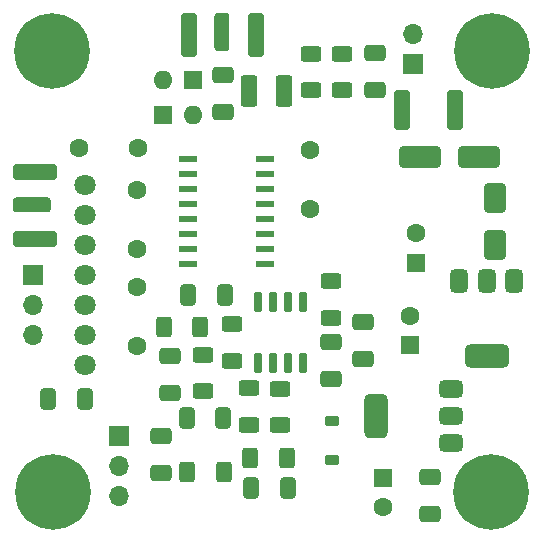
<source format=gbr>
%TF.GenerationSoftware,KiCad,Pcbnew,8.0.3-unknown-202406242120~006f0a95c1~ubuntu22.04.1*%
%TF.CreationDate,2024-06-25T16:46:03+05:30*%
%TF.ProjectId,SDR-Board,5344522d-426f-4617-9264-2e6b69636164,rev?*%
%TF.SameCoordinates,Original*%
%TF.FileFunction,Soldermask,Top*%
%TF.FilePolarity,Negative*%
%FSLAX46Y46*%
G04 Gerber Fmt 4.6, Leading zero omitted, Abs format (unit mm)*
G04 Created by KiCad (PCBNEW 8.0.3-unknown-202406242120~006f0a95c1~ubuntu22.04.1) date 2024-06-25 16:46:03*
%MOMM*%
%LPD*%
G01*
G04 APERTURE LIST*
G04 Aperture macros list*
%AMRoundRect*
0 Rectangle with rounded corners*
0 $1 Rounding radius*
0 $2 $3 $4 $5 $6 $7 $8 $9 X,Y pos of 4 corners*
0 Add a 4 corners polygon primitive as box body*
4,1,4,$2,$3,$4,$5,$6,$7,$8,$9,$2,$3,0*
0 Add four circle primitives for the rounded corners*
1,1,$1+$1,$2,$3*
1,1,$1+$1,$4,$5*
1,1,$1+$1,$6,$7*
1,1,$1+$1,$8,$9*
0 Add four rect primitives between the rounded corners*
20,1,$1+$1,$2,$3,$4,$5,0*
20,1,$1+$1,$4,$5,$6,$7,0*
20,1,$1+$1,$6,$7,$8,$9,0*
20,1,$1+$1,$8,$9,$2,$3,0*%
G04 Aperture macros list end*
%ADD10RoundRect,0.250000X0.400000X0.625000X-0.400000X0.625000X-0.400000X-0.625000X0.400000X-0.625000X0*%
%ADD11RoundRect,0.250000X-0.650000X0.412500X-0.650000X-0.412500X0.650000X-0.412500X0.650000X0.412500X0*%
%ADD12RoundRect,0.250000X0.650000X-1.000000X0.650000X1.000000X-0.650000X1.000000X-0.650000X-1.000000X0*%
%ADD13RoundRect,0.250000X0.650000X-0.412500X0.650000X0.412500X-0.650000X0.412500X-0.650000X-0.412500X0*%
%ADD14RoundRect,0.250000X-0.412500X-0.650000X0.412500X-0.650000X0.412500X0.650000X-0.412500X0.650000X0*%
%ADD15RoundRect,0.250000X-0.625000X0.400000X-0.625000X-0.400000X0.625000X-0.400000X0.625000X0.400000X0*%
%ADD16RoundRect,0.137500X0.662500X0.137500X-0.662500X0.137500X-0.662500X-0.137500X0.662500X-0.137500X0*%
%ADD17C,1.600000*%
%ADD18RoundRect,0.150000X-0.150000X0.725000X-0.150000X-0.725000X0.150000X-0.725000X0.150000X0.725000X0*%
%ADD19C,0.800000*%
%ADD20C,6.400000*%
%ADD21R,1.700000X1.700000*%
%ADD22O,1.700000X1.700000*%
%ADD23RoundRect,0.250001X0.462499X1.074999X-0.462499X1.074999X-0.462499X-1.074999X0.462499X-1.074999X0*%
%ADD24RoundRect,0.250000X0.625000X-0.400000X0.625000X0.400000X-0.625000X0.400000X-0.625000X-0.400000X0*%
%ADD25C,1.800000*%
%ADD26RoundRect,0.375000X0.625000X0.375000X-0.625000X0.375000X-0.625000X-0.375000X0.625000X-0.375000X0*%
%ADD27RoundRect,0.500000X0.500000X1.400000X-0.500000X1.400000X-0.500000X-1.400000X0.500000X-1.400000X0*%
%ADD28RoundRect,0.250000X0.385000X1.350000X-0.385000X1.350000X-0.385000X-1.350000X0.385000X-1.350000X0*%
%ADD29RoundRect,0.250000X0.425000X1.600000X-0.425000X1.600000X-0.425000X-1.600000X0.425000X-1.600000X0*%
%ADD30R,1.600000X1.600000*%
%ADD31O,1.600000X1.600000*%
%ADD32RoundRect,0.375000X-0.375000X0.625000X-0.375000X-0.625000X0.375000X-0.625000X0.375000X0.625000X0*%
%ADD33RoundRect,0.500000X-1.400000X0.500000X-1.400000X-0.500000X1.400000X-0.500000X1.400000X0.500000X0*%
%ADD34RoundRect,0.250000X0.412500X0.650000X-0.412500X0.650000X-0.412500X-0.650000X0.412500X-0.650000X0*%
%ADD35RoundRect,0.250000X-1.350000X0.385000X-1.350000X-0.385000X1.350000X-0.385000X1.350000X0.385000X0*%
%ADD36RoundRect,0.250000X-1.600000X0.425000X-1.600000X-0.425000X1.600000X-0.425000X1.600000X0.425000X0*%
%ADD37RoundRect,0.250000X-0.400000X-0.625000X0.400000X-0.625000X0.400000X0.625000X-0.400000X0.625000X0*%
%ADD38RoundRect,0.225000X-0.375000X0.225000X-0.375000X-0.225000X0.375000X-0.225000X0.375000X0.225000X0*%
%ADD39RoundRect,0.250000X1.500000X0.650000X-1.500000X0.650000X-1.500000X-0.650000X1.500000X-0.650000X0*%
%ADD40RoundRect,0.250000X-0.400000X-1.450000X0.400000X-1.450000X0.400000X1.450000X-0.400000X1.450000X0*%
G04 APERTURE END LIST*
D10*
%TO.C,RS1*%
X114712500Y-91774416D03*
X111612500Y-91774416D03*
%TD*%
D11*
%TO.C,C16*%
X121100000Y-80275000D03*
X121100000Y-83400000D03*
%TD*%
D12*
%TO.C,D4*%
X132300000Y-73800000D03*
X132300000Y-69800000D03*
%TD*%
D13*
%TO.C,C1*%
X109290000Y-62482500D03*
X109290000Y-59357500D03*
%TD*%
D14*
%TO.C,C3*%
X106330000Y-78020000D03*
X109455000Y-78020000D03*
%TD*%
D15*
%TO.C,R3*%
X116770000Y-57575000D03*
X116770000Y-60675000D03*
%TD*%
D16*
%TO.C,U2*%
X112815000Y-75395000D03*
X112815000Y-74125000D03*
X112815000Y-72855000D03*
X112815000Y-71585000D03*
X112815000Y-70315000D03*
X112815000Y-69045000D03*
X112815000Y-67775000D03*
X112815000Y-66505000D03*
X106315000Y-66505000D03*
X106315000Y-67775000D03*
X106315000Y-69045000D03*
X106315000Y-70315000D03*
X106315000Y-71585000D03*
X106315000Y-72855000D03*
X106315000Y-74125000D03*
X106315000Y-75395000D03*
%TD*%
D11*
%TO.C,C2*%
X122170000Y-57545000D03*
X122170000Y-60670000D03*
%TD*%
D17*
%TO.C,C5*%
X97100000Y-65570000D03*
X102100000Y-65570000D03*
%TD*%
D18*
%TO.C,U6*%
X116030000Y-78575000D03*
X114760000Y-78575000D03*
X113490000Y-78575000D03*
X112220000Y-78575000D03*
X112220000Y-83725000D03*
X113490000Y-83725000D03*
X114760000Y-83725000D03*
X116030000Y-83725000D03*
%TD*%
D19*
%TO.C,H4*%
X129552944Y-94697056D03*
X130255888Y-93000000D03*
X130255888Y-96394112D03*
X131952944Y-92297056D03*
D20*
X131952944Y-94697056D03*
D19*
X131952944Y-97097056D03*
X133650000Y-93000000D03*
X133650000Y-96394112D03*
X134352944Y-94697056D03*
%TD*%
D13*
%TO.C,CC2*%
X104000000Y-93062500D03*
X104000000Y-89937500D03*
%TD*%
D21*
%TO.C,J3*%
X100500000Y-89900000D03*
D22*
X100500000Y-92440000D03*
X100500000Y-94980000D03*
%TD*%
D13*
%TO.C,C17*%
X126850000Y-96552500D03*
X126850000Y-93427500D03*
%TD*%
D23*
%TO.C,L1*%
X114487500Y-60700000D03*
X111512500Y-60700000D03*
%TD*%
D24*
%TO.C,R5*%
X118440000Y-79910000D03*
X118440000Y-76810000D03*
%TD*%
D25*
%TO.C,U1*%
X97600000Y-83880000D03*
X97600000Y-81340000D03*
X97600000Y-78800000D03*
X97600000Y-76260000D03*
X97600000Y-73720000D03*
X97600000Y-71180000D03*
X97600000Y-68640000D03*
%TD*%
D26*
%TO.C,U5*%
X128550000Y-90550000D03*
X128550000Y-88250000D03*
D27*
X122250000Y-88250000D03*
D26*
X128550000Y-85950000D03*
%TD*%
D17*
%TO.C,C7*%
X101980000Y-82340000D03*
X101980000Y-77340000D03*
%TD*%
D28*
%TO.C,RX1*%
X109240000Y-55732500D03*
D29*
X106415000Y-55982500D03*
X112065000Y-55982500D03*
%TD*%
D30*
%TO.C,D3*%
X104244315Y-62750000D03*
D31*
X106784315Y-62750000D03*
%TD*%
D15*
%TO.C,R6*%
X110070000Y-80470000D03*
X110070000Y-83570000D03*
%TD*%
D32*
%TO.C,U3*%
X133900000Y-76850000D03*
X131600000Y-76850000D03*
D33*
X131600000Y-83150000D03*
D32*
X129300000Y-76850000D03*
%TD*%
D11*
%TO.C,C11*%
X118470000Y-81945000D03*
X118470000Y-85070000D03*
%TD*%
D30*
%TO.C,C8*%
X125600000Y-75250000D03*
D17*
X125600000Y-72750000D03*
%TD*%
D34*
%TO.C,C12*%
X109322500Y-88400000D03*
X106197500Y-88400000D03*
%TD*%
D19*
%TO.C,H2*%
X92402944Y-57302944D03*
X93105888Y-55605888D03*
X93105888Y-59000000D03*
X94802944Y-54902944D03*
D20*
X94802944Y-57302944D03*
D19*
X94802944Y-59702944D03*
X96500000Y-55605888D03*
X96500000Y-59000000D03*
X97202944Y-57302944D03*
%TD*%
D30*
%TO.C,C15*%
X122820000Y-93484888D03*
D17*
X122820000Y-95984888D03*
%TD*%
D21*
%TO.C,J1*%
X93200000Y-76275000D03*
D22*
X93200000Y-78815000D03*
X93200000Y-81355000D03*
%TD*%
D17*
%TO.C,C6*%
X116650000Y-70730000D03*
X116650000Y-65730000D03*
%TD*%
D35*
%TO.C,TX1*%
X93100000Y-70400000D03*
D36*
X93350000Y-73225000D03*
X93350000Y-67575000D03*
%TD*%
D19*
%TO.C,H1*%
X129700000Y-57350000D03*
X130402944Y-55652944D03*
X130402944Y-59047056D03*
X132100000Y-54950000D03*
D20*
X132100000Y-57350000D03*
D19*
X132100000Y-59750000D03*
X133797056Y-55652944D03*
X133797056Y-59047056D03*
X134500000Y-57350000D03*
%TD*%
D24*
%TO.C,R4*%
X107595000Y-86150000D03*
X107595000Y-83050000D03*
%TD*%
D34*
%TO.C,CC1*%
X114762500Y-94300000D03*
X111637500Y-94300000D03*
%TD*%
D30*
%TO.C,D2*%
X106781370Y-59770000D03*
D31*
X104241370Y-59770000D03*
%TD*%
D30*
%TO.C,C13*%
X125150000Y-82245113D03*
D17*
X125150000Y-79745113D03*
%TD*%
D10*
%TO.C,R7*%
X107370000Y-80730000D03*
X104270000Y-80730000D03*
%TD*%
D24*
%TO.C,R2*%
X119360000Y-60675000D03*
X119360000Y-57575000D03*
%TD*%
D37*
%TO.C,RS2*%
X106250000Y-93000000D03*
X109350000Y-93000000D03*
%TD*%
D38*
%TO.C,D5*%
X118540000Y-88690000D03*
X118540000Y-91990000D03*
%TD*%
D21*
%TO.C,J2*%
X125400000Y-58475000D03*
D22*
X125400000Y-55935000D03*
%TD*%
D34*
%TO.C,C14*%
X97592500Y-86800000D03*
X94467500Y-86800000D03*
%TD*%
D19*
%TO.C,H3*%
X92452944Y-94697056D03*
X93155888Y-93000000D03*
X93155888Y-96394112D03*
X94852944Y-92297056D03*
D20*
X94852944Y-94697056D03*
D19*
X94852944Y-97097056D03*
X96550000Y-93000000D03*
X96550000Y-96394112D03*
X97252944Y-94697056D03*
%TD*%
D13*
%TO.C,CD1*%
X104800000Y-86262500D03*
X104800000Y-83137500D03*
%TD*%
D39*
%TO.C,D1*%
X131000000Y-66300000D03*
X126000000Y-66300000D03*
%TD*%
D17*
%TO.C,C4*%
X102000000Y-74070000D03*
X102000000Y-69070000D03*
%TD*%
D15*
%TO.C,R9*%
X111520000Y-85910000D03*
X111520000Y-89010000D03*
%TD*%
%TO.C,R8*%
X114090000Y-85920000D03*
X114090000Y-89020000D03*
%TD*%
D40*
%TO.C,F1*%
X124475000Y-62300000D03*
X128925000Y-62300000D03*
%TD*%
M02*

</source>
